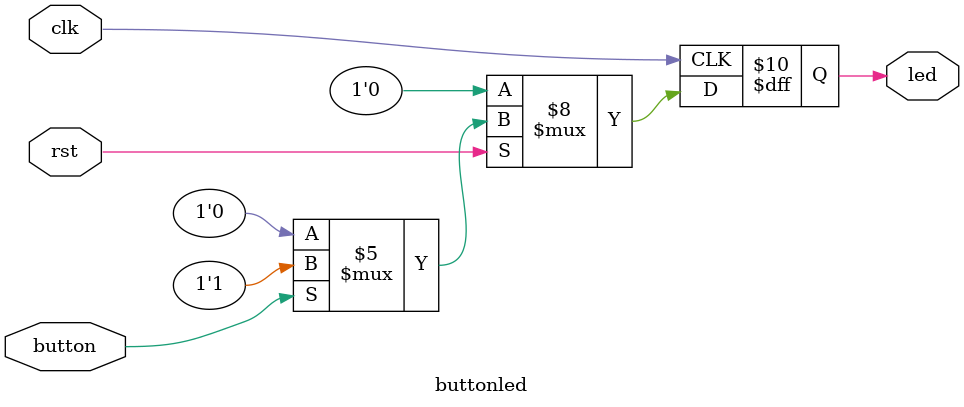
<source format=v>
module buttonled(

		input clk,rst,
		input button,
		output reg led   

    );
    
always @(posedge clk)begin
	if(!rst) begin
        led<=1'b0;
    end
    else if(button==1'b1)begin
        led<=1'b1;
    end else begin
        led<=1'b0;
    end
end

endmodule

</source>
